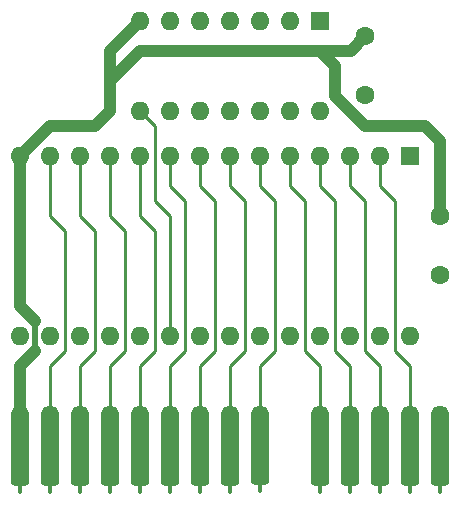
<source format=gbl>
%TF.GenerationSoftware,KiCad,Pcbnew,8.0.6+1*%
%TF.CreationDate,2024-12-12T19:09:17+01:00*%
%TF.ProjectId,short,73686f72-742e-46b6-9963-61645f706362,0*%
%TF.SameCoordinates,Original*%
%TF.FileFunction,Copper,L2,Bot*%
%TF.FilePolarity,Positive*%
%FSLAX46Y46*%
G04 Gerber Fmt 4.6, Leading zero omitted, Abs format (unit mm)*
G04 Created by KiCad (PCBNEW 8.0.6+1) date 2024-12-12 19:09:17*
%MOMM*%
%LPD*%
G01*
G04 APERTURE LIST*
G04 Aperture macros list*
%AMRoundRect*
0 Rectangle with rounded corners*
0 $1 Rounding radius*
0 $2 $3 $4 $5 $6 $7 $8 $9 X,Y pos of 4 corners*
0 Add a 4 corners polygon primitive as box body*
4,1,4,$2,$3,$4,$5,$6,$7,$8,$9,$2,$3,0*
0 Add four circle primitives for the rounded corners*
1,1,$1+$1,$2,$3*
1,1,$1+$1,$4,$5*
1,1,$1+$1,$6,$7*
1,1,$1+$1,$8,$9*
0 Add four rect primitives between the rounded corners*
20,1,$1+$1,$2,$3,$4,$5,0*
20,1,$1+$1,$4,$5,$6,$7,0*
20,1,$1+$1,$6,$7,$8,$9,0*
20,1,$1+$1,$8,$9,$2,$3,0*%
G04 Aperture macros list end*
%TA.AperFunction,EtchedComponent*%
%ADD10C,0.300000*%
%TD*%
%TA.AperFunction,ComponentPad*%
%ADD11R,1.600000X1.600000*%
%TD*%
%TA.AperFunction,ComponentPad*%
%ADD12O,1.600000X1.600000*%
%TD*%
%TA.AperFunction,ComponentPad*%
%ADD13C,1.600000*%
%TD*%
%TA.AperFunction,ConnectorPad*%
%ADD14RoundRect,0.762000X-0.000010X-1.738000X0.000010X-1.738000X0.000010X1.738000X-0.000010X1.738000X0*%
%TD*%
%TA.AperFunction,ConnectorPad*%
%ADD15RoundRect,0.228600X-0.533400X-2.271400X0.533400X-2.271400X0.533400X2.271400X-0.533400X2.271400X0*%
%TD*%
%TA.AperFunction,Conductor*%
%ADD16C,1.000000*%
%TD*%
%TA.AperFunction,Conductor*%
%ADD17C,0.500000*%
%TD*%
%TA.AperFunction,Conductor*%
%ADD18C,0.250000*%
%TD*%
%ADD19C,0.350000*%
G04 APERTURE END LIST*
D10*
%TO.C,J1*%
X2540000Y747400D02*
X2540000Y1357000D01*
X5080000Y747400D02*
X5080000Y1357000D01*
X7620000Y772800D02*
X7620000Y1382400D01*
X10160000Y747400D02*
X10160000Y1357000D01*
X12700000Y747400D02*
X12700000Y1382400D01*
X15240000Y772800D02*
X15240000Y1382400D01*
X17780000Y747400D02*
X17780000Y1357000D01*
X20320000Y772800D02*
X20320000Y1382400D01*
X22860000Y812800D02*
X22860000Y1397000D01*
X27940000Y772800D02*
X27940000Y1357000D01*
X30480000Y732800D02*
X30480000Y1270000D01*
X33020000Y732800D02*
X33020000Y1270000D01*
X35560000Y732800D02*
X35560000Y1317000D01*
X38100000Y747400D02*
X38100000Y1357000D01*
%TD*%
D11*
%TO.P,IC2,1,VPP*%
%TO.N,VCC*%
X35560000Y29210000D03*
D12*
%TO.P,IC2,2,A12*%
%TO.N,/A12*%
X33020000Y29210000D03*
%TO.P,IC2,3,A7*%
%TO.N,/A7*%
X30480000Y29210000D03*
%TO.P,IC2,4,A6*%
%TO.N,/A6*%
X27940000Y29210000D03*
%TO.P,IC2,5,A5*%
%TO.N,/A5*%
X25400000Y29210000D03*
%TO.P,IC2,6,A4*%
%TO.N,/A4*%
X22860000Y29210000D03*
%TO.P,IC2,7,A3*%
%TO.N,/A3*%
X20320000Y29210000D03*
%TO.P,IC2,8,A2*%
%TO.N,/A2*%
X17780000Y29210000D03*
%TO.P,IC2,9,A1*%
%TO.N,/A1*%
X15240000Y29210000D03*
%TO.P,IC2,10,A0*%
%TO.N,/A0*%
X12700000Y29210000D03*
%TO.P,IC2,11,D0*%
%TO.N,/D0*%
X10160000Y29210000D03*
%TO.P,IC2,12,D1*%
%TO.N,/D1*%
X7620000Y29210000D03*
%TO.P,IC2,13,D2*%
%TO.N,/D2*%
X5080000Y29210000D03*
%TO.P,IC2,14,GND*%
%TO.N,GND*%
X2540000Y29210000D03*
%TO.P,IC2,15,D3*%
%TO.N,/D3*%
X2540000Y13970000D03*
%TO.P,IC2,16,D4*%
%TO.N,/D4*%
X5080000Y13970000D03*
%TO.P,IC2,17,D5*%
%TO.N,/D5*%
X7620000Y13970000D03*
%TO.P,IC2,18,D6*%
%TO.N,/D6*%
X10160000Y13970000D03*
%TO.P,IC2,19,D7*%
%TO.N,/D7*%
X12700000Y13970000D03*
%TO.P,IC2,20,~{CE}*%
%TO.N,/U2_CE*%
X15240000Y13970000D03*
%TO.P,IC2,21,A10*%
%TO.N,/A10*%
X17780000Y13970000D03*
%TO.P,IC2,22,~{OE}*%
%TO.N,/U_ROMOE*%
X20320000Y13970000D03*
%TO.P,IC2,23,A11*%
%TO.N,/A11*%
X22860000Y13970000D03*
%TO.P,IC2,24,A9*%
%TO.N,/A9*%
X25400000Y13970000D03*
%TO.P,IC2,25,A8*%
%TO.N,/A8*%
X27940000Y13970000D03*
%TO.P,IC2,26,A13*%
%TO.N,/A13*%
X30480000Y13970000D03*
%TO.P,IC2,27,~{PGM}*%
%TO.N,VCC*%
X33020000Y13970000D03*
%TO.P,IC2,28,VCC*%
X35560000Y13970000D03*
%TD*%
D13*
%TO.P,C2,1*%
%TO.N,VCC*%
X31750000Y34350000D03*
%TO.P,C2,2*%
%TO.N,GND*%
X31750000Y39350000D03*
%TD*%
D14*
%TO.P,J1,2,N/C*%
%TO.N,unconnected-(J1-N{slash}C-Pad2)_1*%
X38100000Y5548000D03*
D15*
%TO.N,unconnected-(J1-N{slash}C-Pad2)*%
X38100000Y3810000D03*
D14*
%TO.P,J1,4,A12*%
%TO.N,/A12*%
X35560000Y5548000D03*
D15*
X35560000Y3770000D03*
D14*
%TO.P,J1,6,A7*%
%TO.N,/A7*%
X33020000Y5548000D03*
D15*
X33020000Y3770000D03*
D14*
%TO.P,J1,8,A6*%
%TO.N,/A6*%
X30480000Y5548000D03*
D15*
X30480000Y3770000D03*
D14*
%TO.P,J1,10,A5*%
%TO.N,/A5*%
X27940000Y5588000D03*
D15*
X27940000Y3810000D03*
D14*
%TO.P,J1,12,A4*%
%TO.N,/A4*%
X22860000Y5588000D03*
D15*
X22860000Y3850000D03*
D14*
%TO.P,J1,14,A3*%
%TO.N,/A3*%
X20320000Y5548000D03*
D15*
X20320000Y3810000D03*
D14*
%TO.P,J1,16,A2*%
%TO.N,/A2*%
X17780000Y5548000D03*
D15*
X17780000Y3810000D03*
D14*
%TO.P,J1,18,A1*%
%TO.N,/A1*%
X15240000Y5548000D03*
D15*
X15240000Y3820800D03*
D14*
%TO.P,J1,20,A0*%
%TO.N,/A0*%
X12700000Y5548000D03*
D15*
X12700000Y3820800D03*
D14*
%TO.P,J1,22,D0*%
%TO.N,/D0*%
X10160000Y5548000D03*
D15*
X10160000Y3820800D03*
%TO.P,J1,24,D1*%
%TO.N,/D1*%
X7594600Y3820800D03*
D14*
X7620000Y5588000D03*
%TO.P,J1,26,D2*%
%TO.N,/D2*%
X5080000Y5548000D03*
D15*
X5080000Y3810000D03*
D14*
%TO.P,J1,28,GND*%
%TO.N,GND*%
X2540000Y5548000D03*
D15*
X2540000Y3810000D03*
%TD*%
D13*
%TO.P,C1,1*%
%TO.N,VCC*%
X38100000Y19090000D03*
%TO.P,C1,2*%
%TO.N,GND*%
X38100000Y24090000D03*
%TD*%
D11*
%TO.P,IC3,1*%
%TO.N,unconnected-(IC3-Pad1)*%
X27940000Y40620000D03*
D12*
%TO.P,IC3,2*%
%TO.N,unconnected-(IC3-Pad2)*%
X25400000Y40620000D03*
%TO.P,IC3,3*%
%TO.N,unconnected-(IC3-Pad3)*%
X22860000Y40620000D03*
%TO.P,IC3,4*%
%TO.N,unconnected-(IC3-Pad4)*%
X20320000Y40620000D03*
%TO.P,IC3,5*%
%TO.N,unconnected-(IC3-Pad5)*%
X17780000Y40620000D03*
%TO.P,IC3,6*%
%TO.N,unconnected-(IC3-Pad6)*%
X15240000Y40620000D03*
%TO.P,IC3,7,GND*%
%TO.N,GND*%
X12700000Y40620000D03*
%TO.P,IC3,8*%
%TO.N,/U2_CE*%
X12700000Y33000000D03*
%TO.P,IC3,9*%
%TO.N,/A14*%
X15240000Y33000000D03*
%TO.P,IC3,10*%
%TO.N,/A15*%
X17780000Y33000000D03*
%TO.P,IC3,11*%
%TO.N,/U_ROMOE*%
X20320000Y33000000D03*
%TO.P,IC3,12*%
%TO.N,/A15*%
X22860000Y33000000D03*
%TO.P,IC3,13*%
%TO.N,/ROMOE*%
X25400000Y33000000D03*
%TO.P,IC3,14,VCC*%
%TO.N,VCC*%
X27940000Y33000000D03*
%TD*%
D16*
%TO.N,GND*%
X2540000Y5548000D02*
X2540000Y11430000D01*
X16510000Y38100000D02*
X12700000Y38100000D01*
X36830000Y31750000D02*
X38100000Y30480000D01*
X29210000Y38100000D02*
X27940000Y38100000D01*
X31750000Y31750000D02*
X29210000Y34290000D01*
X5080000Y31750000D02*
X2540000Y29210000D01*
X36830000Y31750000D02*
X31750000Y31750000D01*
X27940000Y38100000D02*
X16510000Y38100000D01*
X30500000Y38100000D02*
X29210000Y38100000D01*
X10160000Y38080000D02*
X10160000Y35560000D01*
X10160000Y35560000D02*
X10160000Y33020000D01*
X12700000Y40620000D02*
X10160000Y38080000D01*
D17*
X3810000Y15240000D02*
X3810000Y12700000D01*
D16*
X2540000Y29210000D02*
X2540000Y16510000D01*
X2540000Y16510000D02*
X3810000Y15240000D01*
X38100000Y24090000D02*
X38100000Y30480000D01*
X2540000Y11430000D02*
X3810000Y12700000D01*
X29210000Y36830000D02*
X27940000Y38100000D01*
X31750000Y39350000D02*
X30500000Y38100000D01*
X10160000Y33020000D02*
X8890000Y31750000D01*
X29210000Y34290000D02*
X29210000Y36830000D01*
X8890000Y31750000D02*
X5080000Y31750000D01*
X12700000Y38100000D02*
X10160000Y35560000D01*
X10160000Y36830000D02*
X10160000Y35560000D01*
D18*
%TO.N,/D2*%
X5080000Y5548000D02*
X5080000Y11430000D01*
X5080000Y24130000D02*
X6350000Y22860000D01*
X5080000Y29210000D02*
X5080000Y24130000D01*
X5080000Y11430000D02*
X6350000Y12700000D01*
X6350000Y12700000D02*
X6350000Y22860000D01*
%TO.N,/D1*%
X8890000Y12700000D02*
X8890000Y22860000D01*
X7620000Y29210000D02*
X7620000Y24130000D01*
X7620000Y11430000D02*
X8890000Y12700000D01*
X7620000Y24130000D02*
X8890000Y22860000D01*
X7620000Y5588000D02*
X7620000Y11430000D01*
%TO.N,/D0*%
X10160000Y29210000D02*
X10160000Y24130000D01*
X10160000Y5548000D02*
X10160000Y11430000D01*
X10160000Y24130000D02*
X11430000Y22860000D01*
X11430000Y12700000D02*
X11430000Y22860000D01*
X10160000Y11430000D02*
X11430000Y12700000D01*
%TO.N,/A0*%
X13970000Y12700000D02*
X13970000Y22860000D01*
X12700000Y11430000D02*
X13970000Y12700000D01*
X12700000Y24130000D02*
X12700000Y29210000D01*
X12700000Y5548000D02*
X12700000Y11430000D01*
X13970000Y22860000D02*
X12700000Y24130000D01*
%TO.N,/A1*%
X15240000Y26670000D02*
X16510000Y25400000D01*
X16510000Y12700000D02*
X16510000Y25400000D01*
X15240000Y5548000D02*
X15240000Y11430000D01*
X15240000Y29210000D02*
X15240000Y26670000D01*
X15240000Y11430000D02*
X16510000Y12700000D01*
%TO.N,/A2*%
X19050000Y12700000D02*
X19050000Y25400000D01*
X17780000Y5548000D02*
X17780000Y11430000D01*
X17780000Y29210000D02*
X17780000Y26670000D01*
X17780000Y26670000D02*
X19050000Y25400000D01*
X17780000Y11430000D02*
X19050000Y12700000D01*
%TO.N,/A3*%
X21590000Y12700000D02*
X21590000Y25400000D01*
X20320000Y5548000D02*
X20320000Y11430000D01*
X20320000Y26670000D02*
X21590000Y25400000D01*
X20320000Y11430000D02*
X21590000Y12700000D01*
X20320000Y29210000D02*
X20320000Y26670000D01*
%TO.N,/A4*%
X22860000Y29210000D02*
X22860000Y26670000D01*
X22860000Y26670000D02*
X24130000Y25400000D01*
X24130000Y12700000D02*
X24130000Y25400000D01*
X22860000Y5588000D02*
X22860000Y11430000D01*
X22860000Y11430000D02*
X24130000Y12700000D01*
%TO.N,/A5*%
X27940000Y11430000D02*
X26670000Y12700000D01*
X26670000Y12700000D02*
X26670000Y25400000D01*
X27940000Y5588000D02*
X27940000Y11430000D01*
X25400000Y26670000D02*
X26670000Y25400000D01*
X25400000Y29210000D02*
X25400000Y26670000D01*
%TO.N,/A6*%
X27940000Y29210000D02*
X27940000Y26670000D01*
X29210000Y12700000D02*
X29210000Y25400000D01*
X27940000Y26670000D02*
X29210000Y25400000D01*
X30480000Y11430000D02*
X29210000Y12700000D01*
X30480000Y5548000D02*
X30480000Y11430000D01*
%TO.N,/A7*%
X33020000Y11430000D02*
X31750000Y12700000D01*
X30480000Y26670000D02*
X31750000Y25400000D01*
X33020000Y5548000D02*
X33020000Y11430000D01*
X30480000Y29210000D02*
X30480000Y26670000D01*
X31750000Y12700000D02*
X31750000Y25400000D01*
%TO.N,/A12*%
X35560000Y11430000D02*
X34290000Y12700000D01*
X33020000Y26670000D02*
X34290000Y25400000D01*
X35560000Y5548000D02*
X35560000Y11430000D01*
X34290000Y12700000D02*
X34290000Y25400000D01*
X33020000Y29210000D02*
X33020000Y26670000D01*
%TO.N,/U2_CE*%
X15240000Y13970000D02*
X15240000Y24130000D01*
X13970000Y25400000D02*
X13970000Y31730000D01*
X15240000Y24130000D02*
X13970000Y25400000D01*
X13970000Y31730000D02*
X12700000Y33000000D01*
%TD*%
D19*
X35560000Y29210000D03*
X33020000Y29210000D03*
X30480000Y29210000D03*
X27940000Y29210000D03*
X25400000Y29210000D03*
X22860000Y29210000D03*
X20320000Y29210000D03*
X17780000Y29210000D03*
X15240000Y29210000D03*
X12700000Y29210000D03*
X10160000Y29210000D03*
X7620000Y29210000D03*
X5080000Y29210000D03*
X2540000Y29210000D03*
X2540000Y13970000D03*
X5080000Y13970000D03*
X7620000Y13970000D03*
X10160000Y13970000D03*
X12700000Y13970000D03*
X15240000Y13970000D03*
X17780000Y13970000D03*
X20320000Y13970000D03*
X22860000Y13970000D03*
X25400000Y13970000D03*
X27940000Y13970000D03*
X30480000Y13970000D03*
X33020000Y13970000D03*
X35560000Y13970000D03*
X31750000Y34350000D03*
X31750000Y39350000D03*
X38100000Y19090000D03*
X38100000Y24090000D03*
X27940000Y40620000D03*
X25400000Y40620000D03*
X22860000Y40620000D03*
X20320000Y40620000D03*
X17780000Y40620000D03*
X15240000Y40620000D03*
X12700000Y40620000D03*
X12700000Y33000000D03*
X15240000Y33000000D03*
X17780000Y33000000D03*
X20320000Y33000000D03*
X22860000Y33000000D03*
X25400000Y33000000D03*
X27940000Y33000000D03*
M02*

</source>
